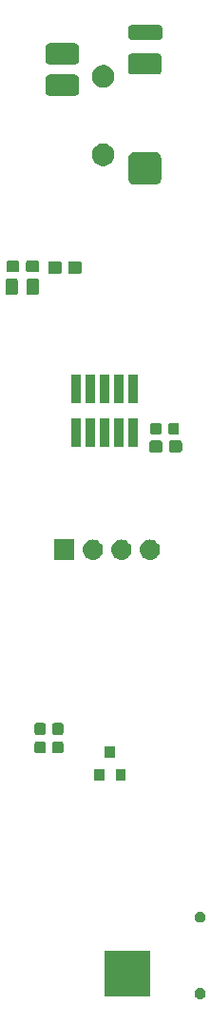
<source format=gbr>
G04 #@! TF.GenerationSoftware,KiCad,Pcbnew,(5.1.0)-1*
G04 #@! TF.CreationDate,2019-05-29T20:43:48+02:00*
G04 #@! TF.ProjectId,WELLER,57454c4c-4552-42e6-9b69-6361645f7063,rev?*
G04 #@! TF.SameCoordinates,Original*
G04 #@! TF.FileFunction,Soldermask,Bot*
G04 #@! TF.FilePolarity,Negative*
%FSLAX46Y46*%
G04 Gerber Fmt 4.6, Leading zero omitted, Abs format (unit mm)*
G04 Created by KiCad (PCBNEW (5.1.0)-1) date 2019-05-29 20:43:48*
%MOMM*%
%LPD*%
G04 APERTURE LIST*
%ADD10C,0.100000*%
G04 APERTURE END LIST*
D10*
G36*
X137867340Y-111138026D02*
G01*
X137915736Y-111147653D01*
X137953502Y-111163296D01*
X138006911Y-111185419D01*
X138006912Y-111185420D01*
X138088969Y-111240248D01*
X138158752Y-111310031D01*
X138158753Y-111310033D01*
X138213581Y-111392089D01*
X138251347Y-111483265D01*
X138270600Y-111580055D01*
X138270600Y-111678745D01*
X138251347Y-111775535D01*
X138213581Y-111866711D01*
X138213580Y-111866712D01*
X138158752Y-111948769D01*
X138088969Y-112018552D01*
X138047662Y-112046152D01*
X138006911Y-112073381D01*
X137953502Y-112095504D01*
X137915736Y-112111147D01*
X137867340Y-112120774D01*
X137818945Y-112130400D01*
X137720255Y-112130400D01*
X137671860Y-112120774D01*
X137623464Y-112111147D01*
X137585698Y-112095504D01*
X137532289Y-112073381D01*
X137491538Y-112046152D01*
X137450231Y-112018552D01*
X137380448Y-111948769D01*
X137325620Y-111866712D01*
X137325619Y-111866711D01*
X137287853Y-111775535D01*
X137268600Y-111678745D01*
X137268600Y-111580055D01*
X137287853Y-111483265D01*
X137325619Y-111392089D01*
X137380447Y-111310033D01*
X137380448Y-111310031D01*
X137450231Y-111240248D01*
X137532288Y-111185420D01*
X137532289Y-111185419D01*
X137585698Y-111163296D01*
X137623464Y-111147653D01*
X137671860Y-111138026D01*
X137720255Y-111128400D01*
X137818945Y-111128400D01*
X137867340Y-111138026D01*
X137867340Y-111138026D01*
G37*
G36*
X133326800Y-111912600D02*
G01*
X129224800Y-111912600D01*
X129224800Y-107810600D01*
X133326800Y-107810600D01*
X133326800Y-111912600D01*
X133326800Y-111912600D01*
G37*
G36*
X137867340Y-104338026D02*
G01*
X137915736Y-104347653D01*
X137953502Y-104363296D01*
X138006911Y-104385419D01*
X138006912Y-104385420D01*
X138088969Y-104440248D01*
X138158752Y-104510031D01*
X138158753Y-104510033D01*
X138213581Y-104592089D01*
X138251347Y-104683265D01*
X138270600Y-104780055D01*
X138270600Y-104878745D01*
X138251347Y-104975535D01*
X138213581Y-105066711D01*
X138213580Y-105066712D01*
X138158752Y-105148769D01*
X138088969Y-105218552D01*
X138047662Y-105246152D01*
X138006911Y-105273381D01*
X137953502Y-105295504D01*
X137915736Y-105311147D01*
X137867340Y-105320773D01*
X137818945Y-105330400D01*
X137720255Y-105330400D01*
X137671860Y-105320773D01*
X137623464Y-105311147D01*
X137585698Y-105295504D01*
X137532289Y-105273381D01*
X137491538Y-105246152D01*
X137450231Y-105218552D01*
X137380448Y-105148769D01*
X137325620Y-105066712D01*
X137325619Y-105066711D01*
X137287853Y-104975535D01*
X137268600Y-104878745D01*
X137268600Y-104780055D01*
X137287853Y-104683265D01*
X137325619Y-104592089D01*
X137380447Y-104510033D01*
X137380448Y-104510031D01*
X137450231Y-104440248D01*
X137532288Y-104385420D01*
X137532289Y-104385419D01*
X137585698Y-104363296D01*
X137623464Y-104347653D01*
X137671860Y-104338026D01*
X137720255Y-104328400D01*
X137818945Y-104328400D01*
X137867340Y-104338026D01*
X137867340Y-104338026D01*
G37*
G36*
X129244200Y-92636200D02*
G01*
X128342200Y-92636200D01*
X128342200Y-91634200D01*
X129244200Y-91634200D01*
X129244200Y-92636200D01*
X129244200Y-92636200D01*
G37*
G36*
X131144200Y-92636200D02*
G01*
X130242200Y-92636200D01*
X130242200Y-91634200D01*
X131144200Y-91634200D01*
X131144200Y-92636200D01*
X131144200Y-92636200D01*
G37*
G36*
X130194200Y-90636200D02*
G01*
X129292200Y-90636200D01*
X129292200Y-89634200D01*
X130194200Y-89634200D01*
X130194200Y-90636200D01*
X130194200Y-90636200D01*
G37*
G36*
X123857111Y-89201045D02*
G01*
X123891089Y-89211353D01*
X123922410Y-89228094D01*
X123949859Y-89250621D01*
X123972386Y-89278070D01*
X123989127Y-89309391D01*
X123999435Y-89343369D01*
X124003520Y-89384850D01*
X124003520Y-90061070D01*
X123999435Y-90102551D01*
X123989127Y-90136529D01*
X123972386Y-90167850D01*
X123949859Y-90195299D01*
X123922410Y-90217826D01*
X123891089Y-90234567D01*
X123857111Y-90244875D01*
X123815630Y-90248960D01*
X123214410Y-90248960D01*
X123172929Y-90244875D01*
X123138951Y-90234567D01*
X123107630Y-90217826D01*
X123080181Y-90195299D01*
X123057654Y-90167850D01*
X123040913Y-90136529D01*
X123030605Y-90102551D01*
X123026520Y-90061070D01*
X123026520Y-89384850D01*
X123030605Y-89343369D01*
X123040913Y-89309391D01*
X123057654Y-89278070D01*
X123080181Y-89250621D01*
X123107630Y-89228094D01*
X123138951Y-89211353D01*
X123172929Y-89201045D01*
X123214410Y-89196960D01*
X123815630Y-89196960D01*
X123857111Y-89201045D01*
X123857111Y-89201045D01*
G37*
G36*
X125432111Y-89201045D02*
G01*
X125466089Y-89211353D01*
X125497410Y-89228094D01*
X125524859Y-89250621D01*
X125547386Y-89278070D01*
X125564127Y-89309391D01*
X125574435Y-89343369D01*
X125578520Y-89384850D01*
X125578520Y-90061070D01*
X125574435Y-90102551D01*
X125564127Y-90136529D01*
X125547386Y-90167850D01*
X125524859Y-90195299D01*
X125497410Y-90217826D01*
X125466089Y-90234567D01*
X125432111Y-90244875D01*
X125390630Y-90248960D01*
X124789410Y-90248960D01*
X124747929Y-90244875D01*
X124713951Y-90234567D01*
X124682630Y-90217826D01*
X124655181Y-90195299D01*
X124632654Y-90167850D01*
X124615913Y-90136529D01*
X124605605Y-90102551D01*
X124601520Y-90061070D01*
X124601520Y-89384850D01*
X124605605Y-89343369D01*
X124615913Y-89309391D01*
X124632654Y-89278070D01*
X124655181Y-89250621D01*
X124682630Y-89228094D01*
X124713951Y-89211353D01*
X124747929Y-89201045D01*
X124789410Y-89196960D01*
X125390630Y-89196960D01*
X125432111Y-89201045D01*
X125432111Y-89201045D01*
G37*
G36*
X125437191Y-87550045D02*
G01*
X125471169Y-87560353D01*
X125502490Y-87577094D01*
X125529939Y-87599621D01*
X125552466Y-87627070D01*
X125569207Y-87658391D01*
X125579515Y-87692369D01*
X125583600Y-87733850D01*
X125583600Y-88410070D01*
X125579515Y-88451551D01*
X125569207Y-88485529D01*
X125552466Y-88516850D01*
X125529939Y-88544299D01*
X125502490Y-88566826D01*
X125471169Y-88583567D01*
X125437191Y-88593875D01*
X125395710Y-88597960D01*
X124794490Y-88597960D01*
X124753009Y-88593875D01*
X124719031Y-88583567D01*
X124687710Y-88566826D01*
X124660261Y-88544299D01*
X124637734Y-88516850D01*
X124620993Y-88485529D01*
X124610685Y-88451551D01*
X124606600Y-88410070D01*
X124606600Y-87733850D01*
X124610685Y-87692369D01*
X124620993Y-87658391D01*
X124637734Y-87627070D01*
X124660261Y-87599621D01*
X124687710Y-87577094D01*
X124719031Y-87560353D01*
X124753009Y-87550045D01*
X124794490Y-87545960D01*
X125395710Y-87545960D01*
X125437191Y-87550045D01*
X125437191Y-87550045D01*
G37*
G36*
X123862191Y-87550045D02*
G01*
X123896169Y-87560353D01*
X123927490Y-87577094D01*
X123954939Y-87599621D01*
X123977466Y-87627070D01*
X123994207Y-87658391D01*
X124004515Y-87692369D01*
X124008600Y-87733850D01*
X124008600Y-88410070D01*
X124004515Y-88451551D01*
X123994207Y-88485529D01*
X123977466Y-88516850D01*
X123954939Y-88544299D01*
X123927490Y-88566826D01*
X123896169Y-88583567D01*
X123862191Y-88593875D01*
X123820710Y-88597960D01*
X123219490Y-88597960D01*
X123178009Y-88593875D01*
X123144031Y-88583567D01*
X123112710Y-88566826D01*
X123085261Y-88544299D01*
X123062734Y-88516850D01*
X123045993Y-88485529D01*
X123035685Y-88451551D01*
X123031600Y-88410070D01*
X123031600Y-87733850D01*
X123035685Y-87692369D01*
X123045993Y-87658391D01*
X123062734Y-87627070D01*
X123085261Y-87599621D01*
X123112710Y-87577094D01*
X123144031Y-87560353D01*
X123178009Y-87550045D01*
X123219490Y-87545960D01*
X123820710Y-87545960D01*
X123862191Y-87550045D01*
X123862191Y-87550045D01*
G37*
G36*
X128329643Y-71216119D02*
G01*
X128395827Y-71222637D01*
X128565666Y-71274157D01*
X128722191Y-71357822D01*
X128757929Y-71387152D01*
X128859386Y-71470414D01*
X128942648Y-71571871D01*
X128971978Y-71607609D01*
X129055643Y-71764134D01*
X129107163Y-71933973D01*
X129124559Y-72110600D01*
X129107163Y-72287227D01*
X129055643Y-72457066D01*
X128971978Y-72613591D01*
X128942648Y-72649329D01*
X128859386Y-72750786D01*
X128757929Y-72834048D01*
X128722191Y-72863378D01*
X128565666Y-72947043D01*
X128395827Y-72998563D01*
X128329643Y-73005081D01*
X128263460Y-73011600D01*
X128174940Y-73011600D01*
X128108757Y-73005081D01*
X128042573Y-72998563D01*
X127872734Y-72947043D01*
X127716209Y-72863378D01*
X127680471Y-72834048D01*
X127579014Y-72750786D01*
X127495752Y-72649329D01*
X127466422Y-72613591D01*
X127382757Y-72457066D01*
X127331237Y-72287227D01*
X127313841Y-72110600D01*
X127331237Y-71933973D01*
X127382757Y-71764134D01*
X127466422Y-71607609D01*
X127495752Y-71571871D01*
X127579014Y-71470414D01*
X127680471Y-71387152D01*
X127716209Y-71357822D01*
X127872734Y-71274157D01*
X128042573Y-71222637D01*
X128108757Y-71216119D01*
X128174940Y-71209600D01*
X128263460Y-71209600D01*
X128329643Y-71216119D01*
X128329643Y-71216119D01*
G37*
G36*
X126580200Y-73011600D02*
G01*
X124778200Y-73011600D01*
X124778200Y-71209600D01*
X126580200Y-71209600D01*
X126580200Y-73011600D01*
X126580200Y-73011600D01*
G37*
G36*
X130869643Y-71216119D02*
G01*
X130935827Y-71222637D01*
X131105666Y-71274157D01*
X131262191Y-71357822D01*
X131297929Y-71387152D01*
X131399386Y-71470414D01*
X131482648Y-71571871D01*
X131511978Y-71607609D01*
X131595643Y-71764134D01*
X131647163Y-71933973D01*
X131664559Y-72110600D01*
X131647163Y-72287227D01*
X131595643Y-72457066D01*
X131511978Y-72613591D01*
X131482648Y-72649329D01*
X131399386Y-72750786D01*
X131297929Y-72834048D01*
X131262191Y-72863378D01*
X131105666Y-72947043D01*
X130935827Y-72998563D01*
X130869643Y-73005081D01*
X130803460Y-73011600D01*
X130714940Y-73011600D01*
X130648757Y-73005081D01*
X130582573Y-72998563D01*
X130412734Y-72947043D01*
X130256209Y-72863378D01*
X130220471Y-72834048D01*
X130119014Y-72750786D01*
X130035752Y-72649329D01*
X130006422Y-72613591D01*
X129922757Y-72457066D01*
X129871237Y-72287227D01*
X129853841Y-72110600D01*
X129871237Y-71933973D01*
X129922757Y-71764134D01*
X130006422Y-71607609D01*
X130035752Y-71571871D01*
X130119014Y-71470414D01*
X130220471Y-71387152D01*
X130256209Y-71357822D01*
X130412734Y-71274157D01*
X130582573Y-71222637D01*
X130648757Y-71216119D01*
X130714940Y-71209600D01*
X130803460Y-71209600D01*
X130869643Y-71216119D01*
X130869643Y-71216119D01*
G37*
G36*
X133409643Y-71216119D02*
G01*
X133475827Y-71222637D01*
X133645666Y-71274157D01*
X133802191Y-71357822D01*
X133837929Y-71387152D01*
X133939386Y-71470414D01*
X134022648Y-71571871D01*
X134051978Y-71607609D01*
X134135643Y-71764134D01*
X134187163Y-71933973D01*
X134204559Y-72110600D01*
X134187163Y-72287227D01*
X134135643Y-72457066D01*
X134051978Y-72613591D01*
X134022648Y-72649329D01*
X133939386Y-72750786D01*
X133837929Y-72834048D01*
X133802191Y-72863378D01*
X133645666Y-72947043D01*
X133475827Y-72998563D01*
X133409643Y-73005081D01*
X133343460Y-73011600D01*
X133254940Y-73011600D01*
X133188757Y-73005081D01*
X133122573Y-72998563D01*
X132952734Y-72947043D01*
X132796209Y-72863378D01*
X132760471Y-72834048D01*
X132659014Y-72750786D01*
X132575752Y-72649329D01*
X132546422Y-72613591D01*
X132462757Y-72457066D01*
X132411237Y-72287227D01*
X132393841Y-72110600D01*
X132411237Y-71933973D01*
X132462757Y-71764134D01*
X132546422Y-71607609D01*
X132575752Y-71571871D01*
X132659014Y-71470414D01*
X132760471Y-71387152D01*
X132796209Y-71357822D01*
X132952734Y-71274157D01*
X133122573Y-71222637D01*
X133188757Y-71216119D01*
X133254940Y-71209600D01*
X133343460Y-71209600D01*
X133409643Y-71216119D01*
X133409643Y-71216119D01*
G37*
G36*
X134250939Y-62394245D02*
G01*
X134288435Y-62405620D01*
X134322994Y-62424092D01*
X134353287Y-62448953D01*
X134378148Y-62479246D01*
X134396620Y-62513805D01*
X134407995Y-62551301D01*
X134412440Y-62596438D01*
X134412440Y-63235162D01*
X134407995Y-63280299D01*
X134396620Y-63317795D01*
X134378148Y-63352354D01*
X134353287Y-63382647D01*
X134322994Y-63407508D01*
X134288435Y-63425980D01*
X134250939Y-63437355D01*
X134205802Y-63441800D01*
X133467078Y-63441800D01*
X133421941Y-63437355D01*
X133384445Y-63425980D01*
X133349886Y-63407508D01*
X133319593Y-63382647D01*
X133294732Y-63352354D01*
X133276260Y-63317795D01*
X133264885Y-63280299D01*
X133260440Y-63235162D01*
X133260440Y-62596438D01*
X133264885Y-62551301D01*
X133276260Y-62513805D01*
X133294732Y-62479246D01*
X133319593Y-62448953D01*
X133349886Y-62424092D01*
X133384445Y-62405620D01*
X133421941Y-62394245D01*
X133467078Y-62389800D01*
X134205802Y-62389800D01*
X134250939Y-62394245D01*
X134250939Y-62394245D01*
G37*
G36*
X136000939Y-62394245D02*
G01*
X136038435Y-62405620D01*
X136072994Y-62424092D01*
X136103287Y-62448953D01*
X136128148Y-62479246D01*
X136146620Y-62513805D01*
X136157995Y-62551301D01*
X136162440Y-62596438D01*
X136162440Y-63235162D01*
X136157995Y-63280299D01*
X136146620Y-63317795D01*
X136128148Y-63352354D01*
X136103287Y-63382647D01*
X136072994Y-63407508D01*
X136038435Y-63425980D01*
X136000939Y-63437355D01*
X135955802Y-63441800D01*
X135217078Y-63441800D01*
X135171941Y-63437355D01*
X135134445Y-63425980D01*
X135099886Y-63407508D01*
X135069593Y-63382647D01*
X135044732Y-63352354D01*
X135026260Y-63317795D01*
X135014885Y-63280299D01*
X135010440Y-63235162D01*
X135010440Y-62596438D01*
X135014885Y-62551301D01*
X135026260Y-62513805D01*
X135044732Y-62479246D01*
X135069593Y-62448953D01*
X135099886Y-62424092D01*
X135134445Y-62405620D01*
X135171941Y-62394245D01*
X135217078Y-62389800D01*
X135955802Y-62389800D01*
X136000939Y-62394245D01*
X136000939Y-62394245D01*
G37*
G36*
X127121280Y-62941800D02*
G01*
X126279280Y-62941800D01*
X126279280Y-60439800D01*
X127121280Y-60439800D01*
X127121280Y-62941800D01*
X127121280Y-62941800D01*
G37*
G36*
X128391280Y-62941800D02*
G01*
X127549280Y-62941800D01*
X127549280Y-60439800D01*
X128391280Y-60439800D01*
X128391280Y-62941800D01*
X128391280Y-62941800D01*
G37*
G36*
X132201280Y-62941800D02*
G01*
X131359280Y-62941800D01*
X131359280Y-60439800D01*
X132201280Y-60439800D01*
X132201280Y-62941800D01*
X132201280Y-62941800D01*
G37*
G36*
X130931280Y-62941800D02*
G01*
X130089280Y-62941800D01*
X130089280Y-60439800D01*
X130931280Y-60439800D01*
X130931280Y-62941800D01*
X130931280Y-62941800D01*
G37*
G36*
X129661280Y-62941800D02*
G01*
X128819280Y-62941800D01*
X128819280Y-60439800D01*
X129661280Y-60439800D01*
X129661280Y-62941800D01*
X129661280Y-62941800D01*
G37*
G36*
X134179671Y-60814005D02*
G01*
X134213649Y-60824313D01*
X134244970Y-60841054D01*
X134272419Y-60863581D01*
X134294946Y-60891030D01*
X134311687Y-60922351D01*
X134321995Y-60956329D01*
X134326080Y-60997810D01*
X134326080Y-61674030D01*
X134321995Y-61715511D01*
X134311687Y-61749489D01*
X134294946Y-61780810D01*
X134272419Y-61808259D01*
X134244970Y-61830786D01*
X134213649Y-61847527D01*
X134179671Y-61857835D01*
X134138190Y-61861920D01*
X133536970Y-61861920D01*
X133495489Y-61857835D01*
X133461511Y-61847527D01*
X133430190Y-61830786D01*
X133402741Y-61808259D01*
X133380214Y-61780810D01*
X133363473Y-61749489D01*
X133353165Y-61715511D01*
X133349080Y-61674030D01*
X133349080Y-60997810D01*
X133353165Y-60956329D01*
X133363473Y-60922351D01*
X133380214Y-60891030D01*
X133402741Y-60863581D01*
X133430190Y-60841054D01*
X133461511Y-60824313D01*
X133495489Y-60814005D01*
X133536970Y-60809920D01*
X134138190Y-60809920D01*
X134179671Y-60814005D01*
X134179671Y-60814005D01*
G37*
G36*
X135754671Y-60814005D02*
G01*
X135788649Y-60824313D01*
X135819970Y-60841054D01*
X135847419Y-60863581D01*
X135869946Y-60891030D01*
X135886687Y-60922351D01*
X135896995Y-60956329D01*
X135901080Y-60997810D01*
X135901080Y-61674030D01*
X135896995Y-61715511D01*
X135886687Y-61749489D01*
X135869946Y-61780810D01*
X135847419Y-61808259D01*
X135819970Y-61830786D01*
X135788649Y-61847527D01*
X135754671Y-61857835D01*
X135713190Y-61861920D01*
X135111970Y-61861920D01*
X135070489Y-61857835D01*
X135036511Y-61847527D01*
X135005190Y-61830786D01*
X134977741Y-61808259D01*
X134955214Y-61780810D01*
X134938473Y-61749489D01*
X134928165Y-61715511D01*
X134924080Y-61674030D01*
X134924080Y-60997810D01*
X134928165Y-60956329D01*
X134938473Y-60922351D01*
X134955214Y-60891030D01*
X134977741Y-60863581D01*
X135005190Y-60841054D01*
X135036511Y-60824313D01*
X135070489Y-60814005D01*
X135111970Y-60809920D01*
X135713190Y-60809920D01*
X135754671Y-60814005D01*
X135754671Y-60814005D01*
G37*
G36*
X127121280Y-59041800D02*
G01*
X126279280Y-59041800D01*
X126279280Y-56539800D01*
X127121280Y-56539800D01*
X127121280Y-59041800D01*
X127121280Y-59041800D01*
G37*
G36*
X128391280Y-59041800D02*
G01*
X127549280Y-59041800D01*
X127549280Y-56539800D01*
X128391280Y-56539800D01*
X128391280Y-59041800D01*
X128391280Y-59041800D01*
G37*
G36*
X129661280Y-59041800D02*
G01*
X128819280Y-59041800D01*
X128819280Y-56539800D01*
X129661280Y-56539800D01*
X129661280Y-59041800D01*
X129661280Y-59041800D01*
G37*
G36*
X130931280Y-59041800D02*
G01*
X130089280Y-59041800D01*
X130089280Y-56539800D01*
X130931280Y-56539800D01*
X130931280Y-59041800D01*
X130931280Y-59041800D01*
G37*
G36*
X132201280Y-59041800D02*
G01*
X131359280Y-59041800D01*
X131359280Y-56539800D01*
X132201280Y-56539800D01*
X132201280Y-59041800D01*
X132201280Y-59041800D01*
G37*
G36*
X121356768Y-47945365D02*
G01*
X121395438Y-47957096D01*
X121431077Y-47976146D01*
X121462317Y-48001783D01*
X121487954Y-48033023D01*
X121507004Y-48068662D01*
X121518735Y-48107332D01*
X121523300Y-48153688D01*
X121523300Y-49229912D01*
X121518735Y-49276268D01*
X121507004Y-49314938D01*
X121487954Y-49350577D01*
X121462317Y-49381817D01*
X121431077Y-49407454D01*
X121395438Y-49426504D01*
X121356768Y-49438235D01*
X121310412Y-49442800D01*
X120659188Y-49442800D01*
X120612832Y-49438235D01*
X120574162Y-49426504D01*
X120538523Y-49407454D01*
X120507283Y-49381817D01*
X120481646Y-49350577D01*
X120462596Y-49314938D01*
X120450865Y-49276268D01*
X120446300Y-49229912D01*
X120446300Y-48153688D01*
X120450865Y-48107332D01*
X120462596Y-48068662D01*
X120481646Y-48033023D01*
X120507283Y-48001783D01*
X120538523Y-47976146D01*
X120574162Y-47957096D01*
X120612832Y-47945365D01*
X120659188Y-47940800D01*
X121310412Y-47940800D01*
X121356768Y-47945365D01*
X121356768Y-47945365D01*
G37*
G36*
X123231768Y-47945365D02*
G01*
X123270438Y-47957096D01*
X123306077Y-47976146D01*
X123337317Y-48001783D01*
X123362954Y-48033023D01*
X123382004Y-48068662D01*
X123393735Y-48107332D01*
X123398300Y-48153688D01*
X123398300Y-49229912D01*
X123393735Y-49276268D01*
X123382004Y-49314938D01*
X123362954Y-49350577D01*
X123337317Y-49381817D01*
X123306077Y-49407454D01*
X123270438Y-49426504D01*
X123231768Y-49438235D01*
X123185412Y-49442800D01*
X122534188Y-49442800D01*
X122487832Y-49438235D01*
X122449162Y-49426504D01*
X122413523Y-49407454D01*
X122382283Y-49381817D01*
X122356646Y-49350577D01*
X122337596Y-49314938D01*
X122325865Y-49276268D01*
X122321300Y-49229912D01*
X122321300Y-48153688D01*
X122325865Y-48107332D01*
X122337596Y-48068662D01*
X122356646Y-48033023D01*
X122382283Y-48001783D01*
X122413523Y-47976146D01*
X122449162Y-47957096D01*
X122487832Y-47945365D01*
X122534188Y-47940800D01*
X123185412Y-47940800D01*
X123231768Y-47945365D01*
X123231768Y-47945365D01*
G37*
G36*
X127062811Y-46418605D02*
G01*
X127101867Y-46430453D01*
X127137862Y-46449693D01*
X127169414Y-46475586D01*
X127195307Y-46507138D01*
X127214547Y-46543133D01*
X127226395Y-46582189D01*
X127231000Y-46628949D01*
X127231000Y-47351051D01*
X127226395Y-47397811D01*
X127214547Y-47436867D01*
X127195307Y-47472862D01*
X127169414Y-47504414D01*
X127137862Y-47530307D01*
X127101867Y-47549547D01*
X127062811Y-47561395D01*
X127016051Y-47566000D01*
X126218949Y-47566000D01*
X126172189Y-47561395D01*
X126133133Y-47549547D01*
X126097138Y-47530307D01*
X126065586Y-47504414D01*
X126039693Y-47472862D01*
X126020453Y-47436867D01*
X126008605Y-47397811D01*
X126004000Y-47351051D01*
X126004000Y-46628949D01*
X126008605Y-46582189D01*
X126020453Y-46543133D01*
X126039693Y-46507138D01*
X126065586Y-46475586D01*
X126097138Y-46449693D01*
X126133133Y-46430453D01*
X126172189Y-46418605D01*
X126218949Y-46414000D01*
X127016051Y-46414000D01*
X127062811Y-46418605D01*
X127062811Y-46418605D01*
G37*
G36*
X125287811Y-46418605D02*
G01*
X125326867Y-46430453D01*
X125362862Y-46449693D01*
X125394414Y-46475586D01*
X125420307Y-46507138D01*
X125439547Y-46543133D01*
X125451395Y-46582189D01*
X125456000Y-46628949D01*
X125456000Y-47351051D01*
X125451395Y-47397811D01*
X125439547Y-47436867D01*
X125420307Y-47472862D01*
X125394414Y-47504414D01*
X125362862Y-47530307D01*
X125326867Y-47549547D01*
X125287811Y-47561395D01*
X125241051Y-47566000D01*
X124443949Y-47566000D01*
X124397189Y-47561395D01*
X124358133Y-47549547D01*
X124322138Y-47530307D01*
X124290586Y-47504414D01*
X124264693Y-47472862D01*
X124245453Y-47436867D01*
X124233605Y-47397811D01*
X124229000Y-47351051D01*
X124229000Y-46628949D01*
X124233605Y-46582189D01*
X124245453Y-46543133D01*
X124264693Y-46507138D01*
X124290586Y-46475586D01*
X124322138Y-46449693D01*
X124358133Y-46430453D01*
X124397189Y-46418605D01*
X124443949Y-46414000D01*
X125241051Y-46414000D01*
X125287811Y-46418605D01*
X125287811Y-46418605D01*
G37*
G36*
X123260299Y-46366845D02*
G01*
X123297795Y-46378220D01*
X123332354Y-46396692D01*
X123362647Y-46421553D01*
X123387508Y-46451846D01*
X123405980Y-46486405D01*
X123417355Y-46523901D01*
X123421800Y-46569038D01*
X123421800Y-47207762D01*
X123417355Y-47252899D01*
X123405980Y-47290395D01*
X123387508Y-47324954D01*
X123362647Y-47355247D01*
X123332354Y-47380108D01*
X123297795Y-47398580D01*
X123260299Y-47409955D01*
X123215162Y-47414400D01*
X122476438Y-47414400D01*
X122431301Y-47409955D01*
X122393805Y-47398580D01*
X122359246Y-47380108D01*
X122328953Y-47355247D01*
X122304092Y-47324954D01*
X122285620Y-47290395D01*
X122274245Y-47252899D01*
X122269800Y-47207762D01*
X122269800Y-46569038D01*
X122274245Y-46523901D01*
X122285620Y-46486405D01*
X122304092Y-46451846D01*
X122328953Y-46421553D01*
X122359246Y-46396692D01*
X122393805Y-46378220D01*
X122431301Y-46366845D01*
X122476438Y-46362400D01*
X123215162Y-46362400D01*
X123260299Y-46366845D01*
X123260299Y-46366845D01*
G37*
G36*
X121510299Y-46366845D02*
G01*
X121547795Y-46378220D01*
X121582354Y-46396692D01*
X121612647Y-46421553D01*
X121637508Y-46451846D01*
X121655980Y-46486405D01*
X121667355Y-46523901D01*
X121671800Y-46569038D01*
X121671800Y-47207762D01*
X121667355Y-47252899D01*
X121655980Y-47290395D01*
X121637508Y-47324954D01*
X121612647Y-47355247D01*
X121582354Y-47380108D01*
X121547795Y-47398580D01*
X121510299Y-47409955D01*
X121465162Y-47414400D01*
X120726438Y-47414400D01*
X120681301Y-47409955D01*
X120643805Y-47398580D01*
X120609246Y-47380108D01*
X120578953Y-47355247D01*
X120554092Y-47324954D01*
X120535620Y-47290395D01*
X120524245Y-47252899D01*
X120519800Y-47207762D01*
X120519800Y-46569038D01*
X120524245Y-46523901D01*
X120535620Y-46486405D01*
X120554092Y-46451846D01*
X120578953Y-46421553D01*
X120609246Y-46396692D01*
X120643805Y-46378220D01*
X120681301Y-46366845D01*
X120726438Y-46362400D01*
X121465162Y-46362400D01*
X121510299Y-46366845D01*
X121510299Y-46366845D01*
G37*
G36*
X133812228Y-36713132D02*
G01*
X133936487Y-36750826D01*
X134051006Y-36812038D01*
X134151384Y-36894416D01*
X134233762Y-36994794D01*
X134294974Y-37109313D01*
X134332668Y-37233572D01*
X134346000Y-37368940D01*
X134346000Y-38932660D01*
X134332668Y-39068028D01*
X134294974Y-39192287D01*
X134233762Y-39306806D01*
X134151384Y-39407184D01*
X134051006Y-39489562D01*
X133936487Y-39550774D01*
X133812228Y-39588468D01*
X133676860Y-39601800D01*
X132013140Y-39601800D01*
X131877772Y-39588468D01*
X131753513Y-39550774D01*
X131638994Y-39489562D01*
X131538616Y-39407184D01*
X131456238Y-39306806D01*
X131395026Y-39192287D01*
X131357332Y-39068028D01*
X131344000Y-38932660D01*
X131344000Y-37368940D01*
X131357332Y-37233572D01*
X131395026Y-37109313D01*
X131456238Y-36994794D01*
X131538616Y-36894416D01*
X131638994Y-36812038D01*
X131753513Y-36750826D01*
X131877772Y-36713132D01*
X132013140Y-36699800D01*
X133676860Y-36699800D01*
X133812228Y-36713132D01*
X133812228Y-36713132D01*
G37*
G36*
X129436981Y-35988268D02*
G01*
X129619151Y-36063726D01*
X129783100Y-36173273D01*
X129922527Y-36312700D01*
X130032074Y-36476649D01*
X130107532Y-36658819D01*
X130146000Y-36852210D01*
X130146000Y-37049390D01*
X130107532Y-37242781D01*
X130032074Y-37424951D01*
X129922527Y-37588900D01*
X129783100Y-37728327D01*
X129619151Y-37837874D01*
X129436981Y-37913332D01*
X129340285Y-37932566D01*
X129243591Y-37951800D01*
X129046409Y-37951800D01*
X128853019Y-37913332D01*
X128670849Y-37837874D01*
X128506900Y-37728327D01*
X128367473Y-37588900D01*
X128257926Y-37424951D01*
X128182468Y-37242781D01*
X128144000Y-37049390D01*
X128144000Y-36852210D01*
X128182468Y-36658819D01*
X128257926Y-36476649D01*
X128367473Y-36312700D01*
X128506900Y-36173273D01*
X128670849Y-36063726D01*
X128853019Y-35988268D01*
X128949715Y-35969034D01*
X129046409Y-35949800D01*
X129243591Y-35949800D01*
X129436981Y-35988268D01*
X129436981Y-35988268D01*
G37*
G36*
X126663455Y-29808328D02*
G01*
X126740812Y-29831795D01*
X126812117Y-29869908D01*
X126874608Y-29921192D01*
X126925892Y-29983683D01*
X126964005Y-30054988D01*
X126987472Y-30132345D01*
X126996000Y-30218940D01*
X126996000Y-31282660D01*
X126987472Y-31369255D01*
X126964005Y-31446612D01*
X126925892Y-31517917D01*
X126874608Y-31580408D01*
X126812117Y-31631692D01*
X126740812Y-31669805D01*
X126663455Y-31693272D01*
X126576860Y-31701800D01*
X124413140Y-31701800D01*
X124326545Y-31693272D01*
X124249188Y-31669805D01*
X124177883Y-31631692D01*
X124115392Y-31580408D01*
X124064108Y-31517917D01*
X124025995Y-31446612D01*
X124002528Y-31369255D01*
X123994000Y-31282660D01*
X123994000Y-30218940D01*
X124002528Y-30132345D01*
X124025995Y-30054988D01*
X124064108Y-29983683D01*
X124115392Y-29921192D01*
X124177883Y-29869908D01*
X124249188Y-29831795D01*
X124326545Y-29808328D01*
X124413140Y-29799800D01*
X126576860Y-29799800D01*
X126663455Y-29808328D01*
X126663455Y-29808328D01*
G37*
G36*
X129436981Y-28988268D02*
G01*
X129619151Y-29063726D01*
X129783100Y-29173273D01*
X129922527Y-29312700D01*
X130032074Y-29476649D01*
X130090590Y-29617917D01*
X130107532Y-29658820D01*
X130146000Y-29852209D01*
X130146000Y-30049391D01*
X130137259Y-30093334D01*
X130107532Y-30242781D01*
X130032074Y-30424951D01*
X129922527Y-30588900D01*
X129783100Y-30728327D01*
X129619151Y-30837874D01*
X129436981Y-30913332D01*
X129340285Y-30932566D01*
X129243591Y-30951800D01*
X129046409Y-30951800D01*
X128853019Y-30913332D01*
X128670849Y-30837874D01*
X128506900Y-30728327D01*
X128367473Y-30588900D01*
X128257926Y-30424951D01*
X128182468Y-30242781D01*
X128152741Y-30093334D01*
X128144000Y-30049391D01*
X128144000Y-29852209D01*
X128182468Y-29658820D01*
X128199411Y-29617917D01*
X128257926Y-29476649D01*
X128367473Y-29312700D01*
X128506900Y-29173273D01*
X128670849Y-29063726D01*
X128853019Y-28988268D01*
X128949715Y-28969034D01*
X129046409Y-28949800D01*
X129243591Y-28949800D01*
X129436981Y-28988268D01*
X129436981Y-28988268D01*
G37*
G36*
X134013455Y-27908328D02*
G01*
X134090812Y-27931795D01*
X134162117Y-27969908D01*
X134224608Y-28021192D01*
X134275892Y-28083683D01*
X134314005Y-28154988D01*
X134337472Y-28232345D01*
X134346000Y-28318940D01*
X134346000Y-29382660D01*
X134337472Y-29469255D01*
X134314005Y-29546612D01*
X134275892Y-29617917D01*
X134224608Y-29680408D01*
X134162117Y-29731692D01*
X134090812Y-29769805D01*
X134013455Y-29793272D01*
X133926860Y-29801800D01*
X131763140Y-29801800D01*
X131676545Y-29793272D01*
X131599188Y-29769805D01*
X131527883Y-29731692D01*
X131465392Y-29680408D01*
X131414108Y-29617917D01*
X131375995Y-29546612D01*
X131352528Y-29469255D01*
X131344000Y-29382660D01*
X131344000Y-28318940D01*
X131352528Y-28232345D01*
X131375995Y-28154988D01*
X131414108Y-28083683D01*
X131465392Y-28021192D01*
X131527883Y-27969908D01*
X131599188Y-27931795D01*
X131676545Y-27908328D01*
X131763140Y-27899800D01*
X133926860Y-27899800D01*
X134013455Y-27908328D01*
X134013455Y-27908328D01*
G37*
G36*
X126663455Y-27008328D02*
G01*
X126740812Y-27031795D01*
X126812117Y-27069908D01*
X126874608Y-27121192D01*
X126925892Y-27183683D01*
X126964005Y-27254988D01*
X126987472Y-27332345D01*
X126996000Y-27418940D01*
X126996000Y-28482660D01*
X126987472Y-28569255D01*
X126964005Y-28646612D01*
X126925892Y-28717917D01*
X126874608Y-28780408D01*
X126812117Y-28831692D01*
X126740812Y-28869805D01*
X126663455Y-28893272D01*
X126576860Y-28901800D01*
X124413140Y-28901800D01*
X124326545Y-28893272D01*
X124249188Y-28869805D01*
X124177883Y-28831692D01*
X124115392Y-28780408D01*
X124064108Y-28717917D01*
X124025995Y-28646612D01*
X124002528Y-28569255D01*
X123994000Y-28482660D01*
X123994000Y-27418940D01*
X124002528Y-27332345D01*
X124025995Y-27254988D01*
X124064108Y-27183683D01*
X124115392Y-27121192D01*
X124177883Y-27069908D01*
X124249188Y-27031795D01*
X124326545Y-27008328D01*
X124413140Y-26999800D01*
X126576860Y-26999800D01*
X126663455Y-27008328D01*
X126663455Y-27008328D01*
G37*
G36*
X134184192Y-25405446D02*
G01*
X134233414Y-25420378D01*
X134278778Y-25444626D01*
X134318542Y-25477258D01*
X134351174Y-25517022D01*
X134375422Y-25562386D01*
X134390354Y-25611608D01*
X134396000Y-25668940D01*
X134396000Y-26432660D01*
X134390354Y-26489992D01*
X134375422Y-26539214D01*
X134351174Y-26584578D01*
X134318542Y-26624342D01*
X134278778Y-26656974D01*
X134233414Y-26681222D01*
X134184192Y-26696154D01*
X134126860Y-26701800D01*
X131663140Y-26701800D01*
X131605808Y-26696154D01*
X131556586Y-26681222D01*
X131511222Y-26656974D01*
X131471458Y-26624342D01*
X131438826Y-26584578D01*
X131414578Y-26539214D01*
X131399646Y-26489992D01*
X131394000Y-26432660D01*
X131394000Y-25668940D01*
X131399646Y-25611608D01*
X131414578Y-25562386D01*
X131438826Y-25517022D01*
X131471458Y-25477258D01*
X131511222Y-25444626D01*
X131556586Y-25420378D01*
X131605808Y-25405446D01*
X131663140Y-25399800D01*
X134126860Y-25399800D01*
X134184192Y-25405446D01*
X134184192Y-25405446D01*
G37*
M02*

</source>
